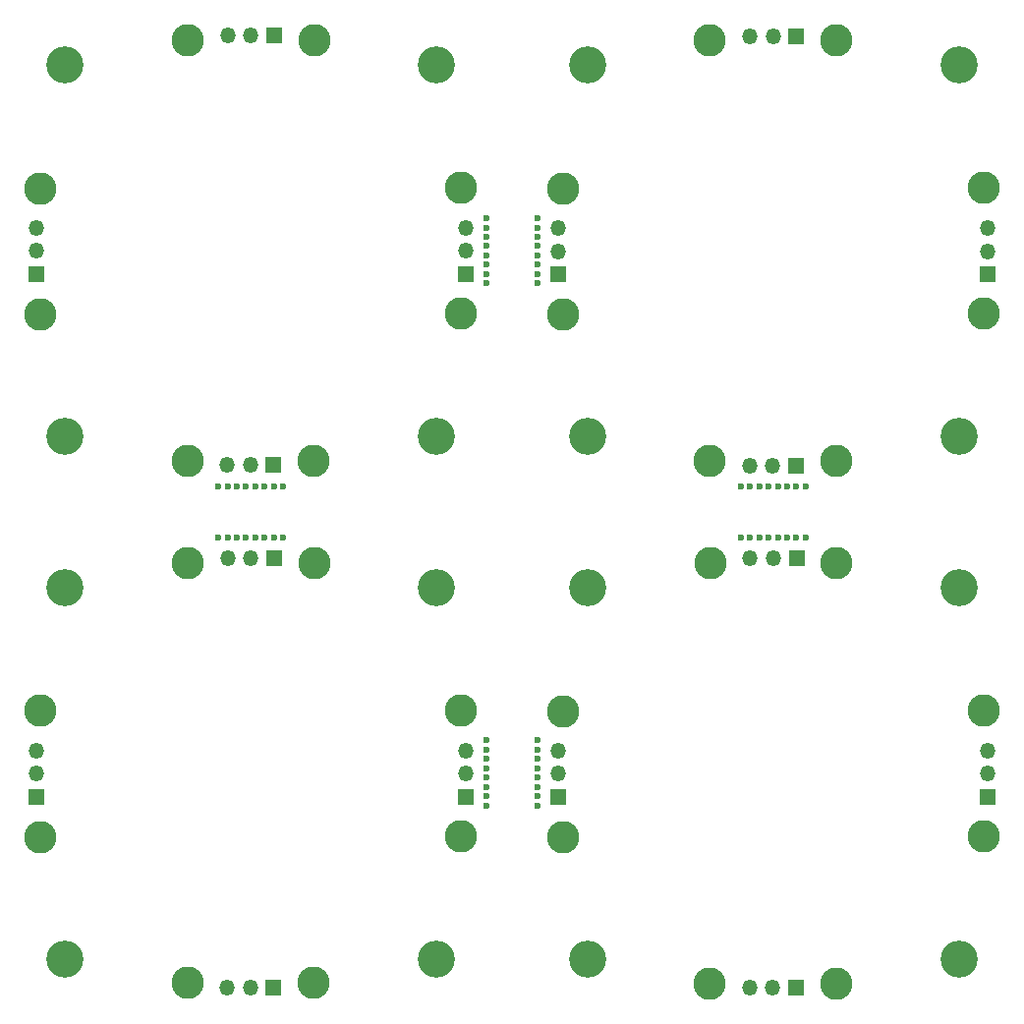
<source format=gbr>
%TF.GenerationSoftware,KiCad,Pcbnew,7.0.1*%
%TF.CreationDate,2023-09-10T14:18:25+09:00*%
%TF.ProjectId,block_socket,626c6f63-6b5f-4736-9f63-6b65742e6b69,rev?*%
%TF.SameCoordinates,Original*%
%TF.FileFunction,Soldermask,Top*%
%TF.FilePolarity,Negative*%
%FSLAX46Y46*%
G04 Gerber Fmt 4.6, Leading zero omitted, Abs format (unit mm)*
G04 Created by KiCad (PCBNEW 7.0.1) date 2023-09-10 14:18:25*
%MOMM*%
%LPD*%
G01*
G04 APERTURE LIST*
%ADD10C,3.200000*%
%ADD11R,1.350000X1.350000*%
%ADD12O,1.350000X1.350000*%
%ADD13C,2.800000*%
%ADD14C,0.600000*%
G04 APERTURE END LIST*
D10*
%TO.C,REF\u002A\u002A*%
X68740000Y-84830000D03*
%TD*%
D11*
%TO.C,J402*%
X148250000Y-57870000D03*
D12*
X148250000Y-55870000D03*
X148250000Y-53870000D03*
%TD*%
D10*
%TO.C,REF\u002A\u002A*%
X113760000Y-116850000D03*
%TD*%
D13*
%TO.C,J406*%
X147860000Y-95450000D03*
%TD*%
%TO.C,J405*%
X79290000Y-82730000D03*
%TD*%
%TO.C,J409*%
X90180000Y-37710000D03*
%TD*%
D11*
%TO.C,J404*%
X111260000Y-102900000D03*
D12*
X111260000Y-100900000D03*
X111260000Y-98900000D03*
%TD*%
D13*
%TO.C,J412*%
X66640000Y-95480000D03*
%TD*%
%TO.C,J408*%
X66630000Y-61310000D03*
%TD*%
%TO.C,J411*%
X124290000Y-73910000D03*
%TD*%
%TO.C,J406*%
X102830000Y-50410000D03*
%TD*%
%TO.C,J406*%
X147850000Y-50420000D03*
%TD*%
D10*
%TO.C,REF\u002A\u002A*%
X68740000Y-116830000D03*
%TD*%
D11*
%TO.C,J402*%
X103240000Y-102880000D03*
D12*
X103240000Y-100880000D03*
X103240000Y-98880000D03*
%TD*%
D13*
%TO.C,J411*%
X124300000Y-118940000D03*
%TD*%
D10*
%TO.C,REF\u002A\u002A*%
X68730000Y-71810000D03*
%TD*%
D13*
%TO.C,J407*%
X90140000Y-118930000D03*
%TD*%
D14*
%TO.C,REF\u002A\u002A*%
X109430000Y-53030000D03*
X105030000Y-53030000D03*
X109430000Y-53830000D03*
X105030000Y-53830000D03*
X109430000Y-54630000D03*
X105030000Y-54630000D03*
X109430000Y-55430000D03*
X105030000Y-55430000D03*
X109430000Y-56230000D03*
X105030000Y-56230000D03*
X109430000Y-57030000D03*
X105030000Y-57030000D03*
X109430000Y-57830000D03*
X105030000Y-57830000D03*
X109430000Y-58630000D03*
X105030000Y-58630000D03*
%TD*%
D13*
%TO.C,J405*%
X124310000Y-82750000D03*
%TD*%
D10*
%TO.C,REF\u002A\u002A*%
X145750000Y-71820000D03*
%TD*%
%TO.C,REF\u002A\u002A*%
X113750000Y-71820000D03*
%TD*%
D13*
%TO.C,J411*%
X79270000Y-73900000D03*
%TD*%
D11*
%TO.C,J403*%
X86680000Y-74310000D03*
D12*
X84680000Y-74310000D03*
X82680000Y-74310000D03*
%TD*%
D13*
%TO.C,J408*%
X111660000Y-106350000D03*
%TD*%
D10*
%TO.C,REF\u002A\u002A*%
X68730000Y-39810000D03*
%TD*%
D11*
%TO.C,J401*%
X131750000Y-37320000D03*
D12*
X129750000Y-37320000D03*
X127750000Y-37320000D03*
%TD*%
D10*
%TO.C,REF\u002A\u002A*%
X145750000Y-39820000D03*
%TD*%
D14*
%TO.C,REF\u002A\u002A*%
X81930000Y-76130000D03*
X81930000Y-80530000D03*
X82730000Y-76130000D03*
X82730000Y-80530000D03*
X83530000Y-76130000D03*
X83530000Y-80530000D03*
X84330000Y-76130000D03*
X84330000Y-80530000D03*
X85130000Y-76130000D03*
X85130000Y-80530000D03*
X85930000Y-76130000D03*
X85930000Y-80530000D03*
X86730000Y-76130000D03*
X86730000Y-80530000D03*
X87530000Y-76130000D03*
X87530000Y-80530000D03*
%TD*%
D13*
%TO.C,J409*%
X135200000Y-37720000D03*
%TD*%
D11*
%TO.C,J401*%
X86740000Y-82330000D03*
D12*
X84740000Y-82330000D03*
X82740000Y-82330000D03*
%TD*%
D11*
%TO.C,J403*%
X131710000Y-119350000D03*
D12*
X129710000Y-119350000D03*
X127710000Y-119350000D03*
%TD*%
D10*
%TO.C,REF\u002A\u002A*%
X113760000Y-84850000D03*
%TD*%
D13*
%TO.C,J407*%
X90130000Y-73910000D03*
%TD*%
%TO.C,J411*%
X79280000Y-118920000D03*
%TD*%
%TO.C,J410*%
X102830000Y-61260000D03*
%TD*%
%TO.C,J409*%
X135210000Y-82750000D03*
%TD*%
%TO.C,J409*%
X90190000Y-82730000D03*
%TD*%
%TO.C,J408*%
X66640000Y-106330000D03*
%TD*%
%TO.C,J410*%
X147850000Y-61270000D03*
%TD*%
%TO.C,J412*%
X111650000Y-50470000D03*
%TD*%
D11*
%TO.C,J404*%
X111250000Y-57870000D03*
D12*
X111250000Y-55870000D03*
X111250000Y-53870000D03*
%TD*%
D10*
%TO.C,REF\u002A\u002A*%
X145760000Y-84850000D03*
%TD*%
D13*
%TO.C,J412*%
X111660000Y-95500000D03*
%TD*%
D11*
%TO.C,J402*%
X103230000Y-57860000D03*
D12*
X103230000Y-55860000D03*
X103230000Y-53860000D03*
%TD*%
D11*
%TO.C,J404*%
X66240000Y-102880000D03*
D12*
X66240000Y-100880000D03*
X66240000Y-98880000D03*
%TD*%
D13*
%TO.C,J410*%
X147860000Y-106300000D03*
%TD*%
%TO.C,J408*%
X111650000Y-61320000D03*
%TD*%
D11*
%TO.C,J401*%
X86730000Y-37310000D03*
D12*
X84730000Y-37310000D03*
X82730000Y-37310000D03*
%TD*%
D13*
%TO.C,J412*%
X66630000Y-50460000D03*
%TD*%
%TO.C,J406*%
X102840000Y-95430000D03*
%TD*%
D14*
%TO.C,REF\u002A\u002A*%
X105044466Y-103615534D03*
X109444466Y-103615534D03*
X105044466Y-102815534D03*
X109444466Y-102815534D03*
X105044466Y-102015534D03*
X109444466Y-102015534D03*
X105044466Y-101215534D03*
X109444466Y-101215534D03*
X105044466Y-100415534D03*
X109444466Y-100415534D03*
X105044466Y-99615534D03*
X109444466Y-99615534D03*
X105044466Y-98815534D03*
X109444466Y-98815534D03*
X105044466Y-98015534D03*
X109444466Y-98015534D03*
%TD*%
D11*
%TO.C,J403*%
X86690000Y-119330000D03*
D12*
X84690000Y-119330000D03*
X82690000Y-119330000D03*
%TD*%
D13*
%TO.C,J407*%
X135160000Y-118950000D03*
%TD*%
D14*
%TO.C,REF\u002A\u002A*%
X132544466Y-80515534D03*
X132544466Y-76115534D03*
X131744466Y-80515534D03*
X131744466Y-76115534D03*
X130944466Y-80515534D03*
X130944466Y-76115534D03*
X130144466Y-80515534D03*
X130144466Y-76115534D03*
X129344466Y-80515534D03*
X129344466Y-76115534D03*
X128544466Y-80515534D03*
X128544466Y-76115534D03*
X127744466Y-80515534D03*
X127744466Y-76115534D03*
X126944466Y-80515534D03*
X126944466Y-76115534D03*
%TD*%
D10*
%TO.C,REF\u002A\u002A*%
X145760000Y-116850000D03*
%TD*%
%TO.C,REF\u002A\u002A*%
X100730000Y-71810000D03*
%TD*%
%TO.C,REF\u002A\u002A*%
X100730000Y-39810000D03*
%TD*%
D13*
%TO.C,J405*%
X124300000Y-37720000D03*
%TD*%
%TO.C,J407*%
X135150000Y-73920000D03*
%TD*%
D10*
%TO.C,REF\u002A\u002A*%
X113750000Y-39820000D03*
%TD*%
%TO.C,REF\u002A\u002A*%
X100740000Y-116830000D03*
%TD*%
D11*
%TO.C,J403*%
X131700000Y-74320000D03*
D12*
X129700000Y-74320000D03*
X127700000Y-74320000D03*
%TD*%
D11*
%TO.C,J401*%
X131760000Y-82350000D03*
D12*
X129760000Y-82350000D03*
X127760000Y-82350000D03*
%TD*%
D13*
%TO.C,J410*%
X102840000Y-106280000D03*
%TD*%
D10*
%TO.C,REF\u002A\u002A*%
X100740000Y-84830000D03*
%TD*%
D13*
%TO.C,J405*%
X79280000Y-37710000D03*
%TD*%
D11*
%TO.C,J402*%
X148260000Y-102900000D03*
D12*
X148260000Y-100900000D03*
X148260000Y-98900000D03*
%TD*%
D11*
%TO.C,J404*%
X66230000Y-57860000D03*
D12*
X66230000Y-55860000D03*
X66230000Y-53860000D03*
%TD*%
M02*

</source>
